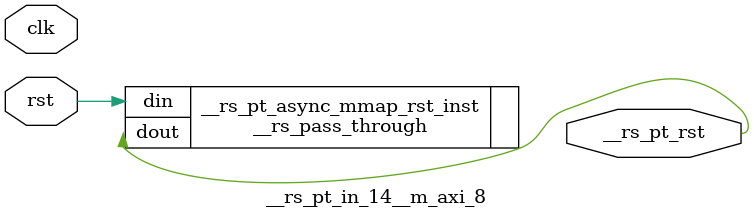
<source format=v>
`timescale 1 ns / 1 ps
/**   Generated by RapidStream   **/
module __rs_pt_in_14__m_axi_8 #(
    parameter BufferSize         = 32,
    parameter BufferSizeLog      = 5,
    parameter AddrWidth          = 64,
    parameter AxiSideAddrWidth   = 64,
    parameter DataWidth          = 512,
    parameter DataWidthBytesLog  = 6,
    parameter WaitTimeWidth      = 4,
    parameter BurstLenWidth      = 8,
    parameter EnableReadChannel  = 1,
    parameter EnableWriteChannel = 1,
    parameter MaxWaitTime        = 3,
    parameter MaxBurstLen        = 15
) (
    output wire __rs_pt_rst,
    input wire  clk,
    input wire  rst
);




__rs_pass_through #(
    .WIDTH (1)
) __rs_pt_async_mmap_rst_inst /**   Generated by RapidStream   **/ (
    .din  (rst),
    .dout (__rs_pt_rst)
);

endmodule  // __rs_pt_in_14__m_axi_8
</source>
